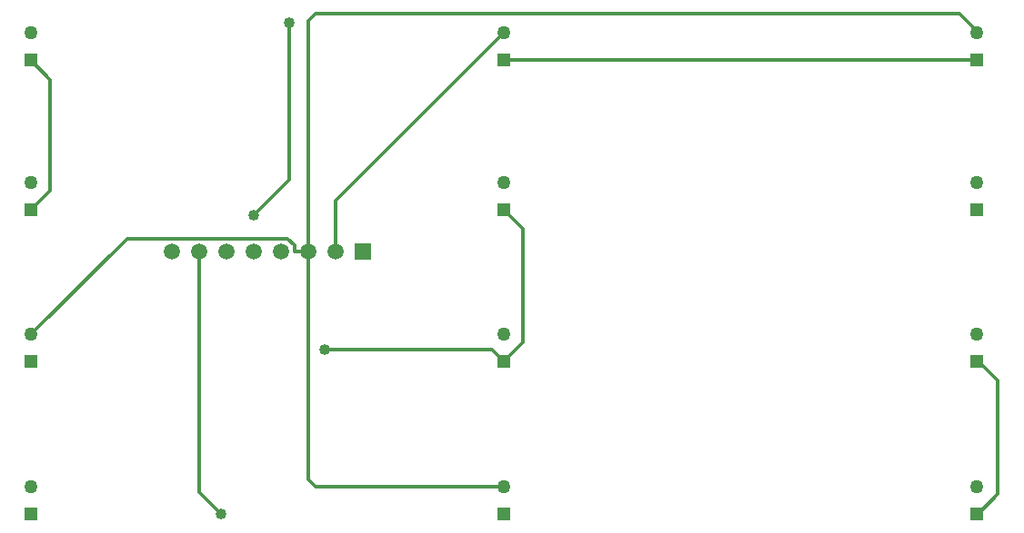
<source format=gbr>
G04 DipTrace 2.4.0.2*
%INBottom.gbr*%
%MOIN*%
%ADD13C,0.013*%
%ADD14R,0.0591X0.0591*%
%ADD15C,0.0591*%
%ADD16C,0.05*%
%ADD17R,0.05X0.05*%
%ADD18C,0.04*%
%FSLAX44Y44*%
G04*
G70*
G90*
G75*
G01*
%LNBottom*%
%LPD*%
X14795Y16844D2*
D13*
X16080Y18129D1*
Y23912D1*
X41279Y22518D2*
X33143D1*
X23956D1*
X6634Y17037D2*
X7338Y17742D1*
Y21813D1*
X6634Y22518D1*
X23956Y17037D2*
X24661Y16332D1*
Y12167D1*
X23956Y11462D1*
X23511Y11907D1*
X17400D1*
X13585Y5884D2*
X12795Y6673D1*
Y15494D1*
X41279Y5884D2*
X41366D1*
X42071Y6588D1*
Y10758D1*
X41366Y11462D1*
X41279D1*
X17795Y15494D2*
Y17356D1*
X23956Y23518D1*
Y6884D2*
X17055D1*
X16795Y7144D1*
Y15494D1*
X16285D1*
Y15724D1*
X16025Y15984D1*
X10155D1*
X6634Y12462D1*
X16795Y15494D2*
Y23962D1*
X17055Y24222D1*
X40662D1*
X41366Y23518D1*
X41279D1*
D18*
X16080Y23912D3*
X14795Y16844D3*
X17400Y11907D3*
X13585Y5884D3*
D14*
X18795Y15494D3*
D15*
X17795D3*
X16795D3*
X15795D3*
X14795D3*
X13795D3*
X12795D3*
X11795D3*
D16*
X6634Y23518D3*
D17*
Y22518D3*
D16*
X23956Y23518D3*
D17*
Y22518D3*
D16*
X41279Y23518D3*
D17*
Y22518D3*
D16*
X6634Y18037D3*
D17*
Y17037D3*
D16*
X23956Y18037D3*
D17*
Y17037D3*
D16*
X41279Y18037D3*
D17*
Y17037D3*
D16*
X6634Y12462D3*
D17*
Y11462D3*
D16*
X23956Y12462D3*
D17*
Y11462D3*
D16*
X41279Y12462D3*
D17*
Y11462D3*
D16*
X6634Y6884D3*
D17*
Y5884D3*
D16*
X23956Y6884D3*
D17*
Y5884D3*
D16*
X41279Y6884D3*
D17*
Y5884D3*
M02*

</source>
